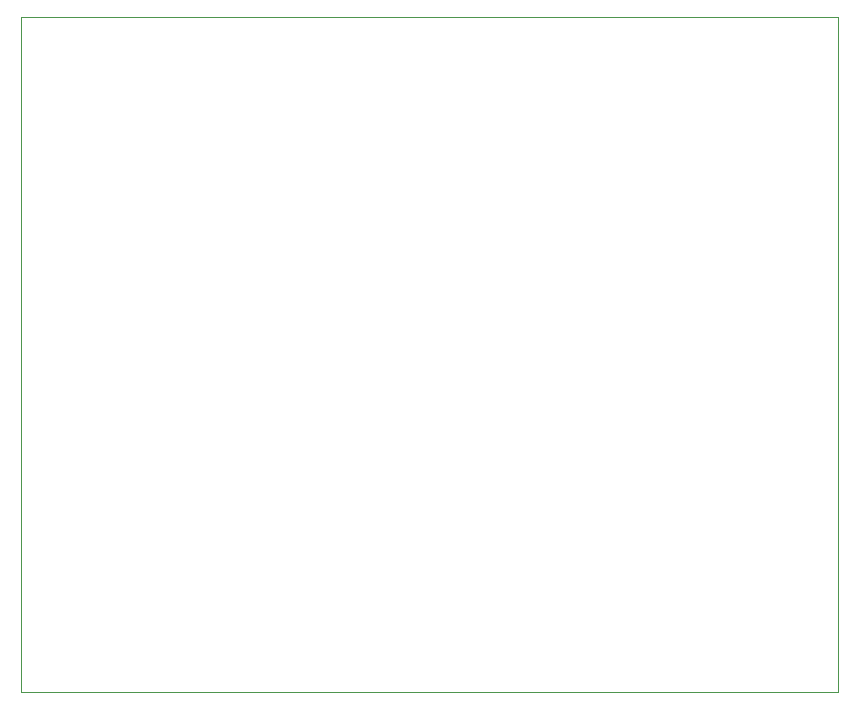
<source format=gm1>
%TF.GenerationSoftware,KiCad,Pcbnew,9.0.2*%
%TF.CreationDate,2025-05-17T19:35:46+02:00*%
%TF.ProjectId,ALU,414c552e-6b69-4636-9164-5f7063625858,rev?*%
%TF.SameCoordinates,Original*%
%TF.FileFunction,Profile,NP*%
%FSLAX46Y46*%
G04 Gerber Fmt 4.6, Leading zero omitted, Abs format (unit mm)*
G04 Created by KiCad (PCBNEW 9.0.2) date 2025-05-17 19:35:46*
%MOMM*%
%LPD*%
G01*
G04 APERTURE LIST*
%TA.AperFunction,Profile*%
%ADD10C,0.050000*%
%TD*%
G04 APERTURE END LIST*
D10*
X82550000Y-38735000D02*
X151765000Y-38735000D01*
X151765000Y-95885000D01*
X82550000Y-95885000D01*
X82550000Y-38735000D01*
M02*

</source>
